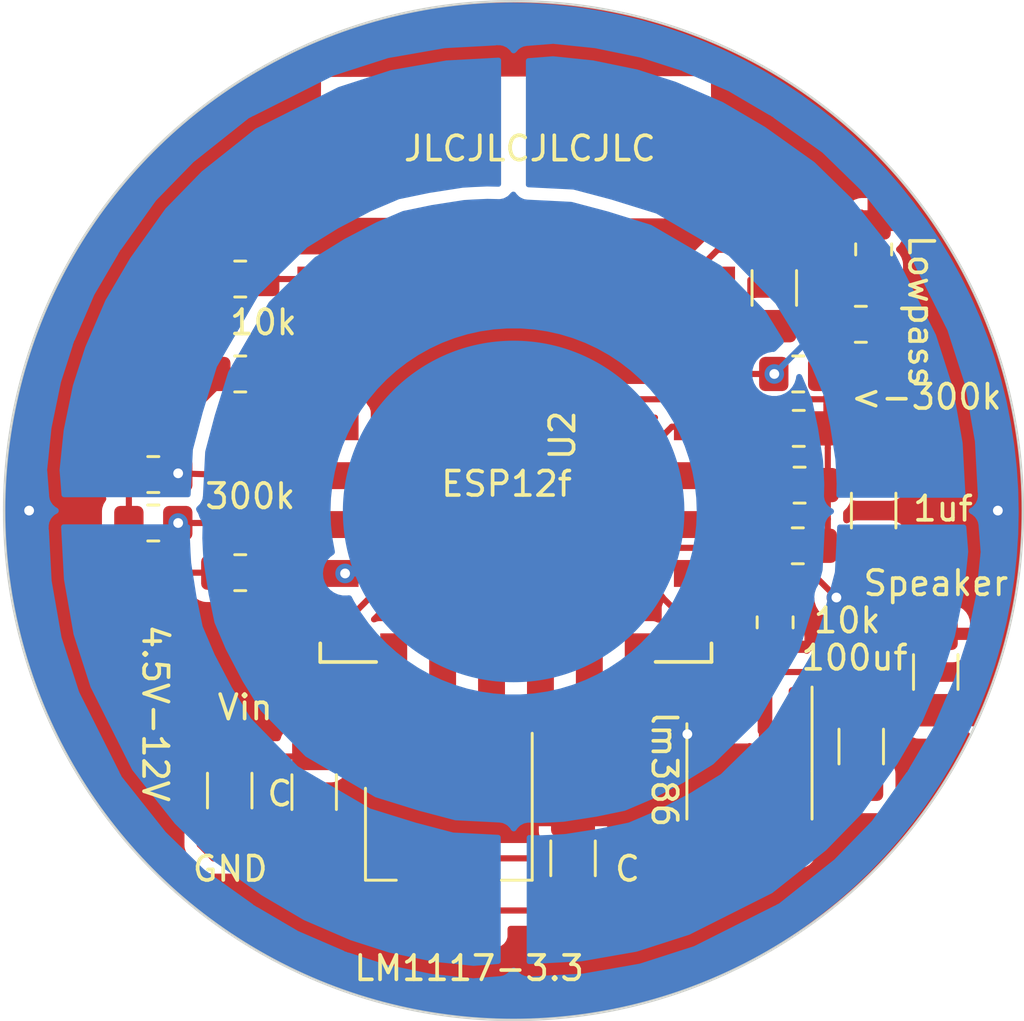
<source format=kicad_pcb>
(kicad_pcb (version 20221018) (generator pcbnew)
  (layers (0 "F.Cu" signal) (31 "B.Cu" signal) (34 "B.Paste" user) (35 "F.Paste" user) (36 "B.SilkS" user "B.Silkscreen") (37 "F.SilkS" user "F.Silkscreen") (38 "B.Mask" user) (39 "F.Mask" user) (44 "Edge.Cuts" user))
  (net 0 "")
  (net 1 "Net-(U2-CH_PD)")
  (net 10 "Net-(U2-TXD)")
  (net 11 "Net-(U2-RXD)")
  (net 12 "Net-(U2-REST)")
  (net 13 "Net-(U2-GPIO2)")
  (net 14 "Net-(U2-GPIO0)")
  (net 15 "Net-(U2-GPIO15)")
  (net 16 "Net-(U2-GPIO13)")
  (net 17 "Net-(U1-V+)")
  (net 18 "Net-(U2-GPIO12)")
  (net 19 "Net-(U2-GPIO5)")
  (net 20 "Net-(U2-GPIO4)")
  (net 21 "GND")
  (net 22 "Net-(U1-+)")
  (net 23 "+3.3V")
  (net 24 "Net-(C6-Pad1)")
  (net 25 "Net-(U2-GPIO14)")
  (net 29 "Net-(C5-Pad1)")
  (net 30 "Net-(C7-Pad1)")
  (footprint "Capacitor_SMD:C_1206_3216Metric_Pad1.33x1.80mm_HandSolder" (layer "F.Cu") (at 126.060758 108.481846 -90)
    (fp_text reference "C1" hide)
    (fp_text value "C")
    (fp_line (start -0.711252 -0.91) (end 0.711252 -0.91) (stroke (width 0.12)) (layer "F.SilkS"))
    (fp_line (start -0.711252 0.91) (end 0.711252 0.91) (stroke (width 0.12)) (layer "F.SilkS"))
    (pad "1" smd roundrect (at -1.5625 0 270) (size 1.325 1.8) (layers "F.Cu" "F.Paste" "F.Mask") (roundrect_rratio 0.1886792453) (net 17 "Net-(U1-V+)"))
    (pad "2" smd roundrect (at 1.5625 0 270) (size 1.325 1.8) (layers "F.Cu" "F.Paste" "F.Mask") (roundrect_rratio 0.1886792453) (net 21 "GND"))
  )
  (footprint "Capacitor_SMD:C_1206_3216Metric_Pad1.33x1.80mm_HandSolder" (layer "F.Cu") (at 129.514879 108.544072 -90)
    (fp_text reference "C4" hide)
    (fp_text value "C")
    (fp_line (start -0.711252 -0.91) (end 0.711252 -0.91) (stroke (width 0.12)) (layer "F.SilkS"))
    (fp_line (start -0.711252 0.91) (end 0.711252 0.91) (stroke (width 0.12)) (layer "F.SilkS"))
    (pad "1" smd roundrect (at -1.5625 0 270) (size 1.325 1.8) (layers "F.Cu" "F.Paste" "F.Mask") (roundrect_rratio 0.1886792453) (net 17 "Net-(U1-V+)"))
    (pad "2" smd roundrect (at 1.5625 0 270) (size 1.325 1.8) (layers "F.Cu" "F.Paste" "F.Mask") (roundrect_rratio 0.1886792453) (net 21 "GND"))
  )
  (footprint "Capacitor_SMD:C_1206_3216Metric_Pad1.33x1.80mm_HandSolder" (layer "F.Cu") (at 140.103693 111.252 -90)
    (fp_text reference "C3" hide)
    (fp_text value "C")
    (fp_line (start -0.711252 -0.91) (end 0.711252 -0.91) (stroke (width 0.12)) (layer "F.SilkS"))
    (fp_line (start -0.711252 0.91) (end 0.711252 0.91) (stroke (width 0.12)) (layer "F.SilkS"))
    (pad "1" smd roundrect (at -1.5625 0 270) (size 1.325 1.8) (layers "F.Cu" "F.Paste" "F.Mask") (roundrect_rratio 0.1886792453) (net 21 "GND"))
    (pad "2" smd roundrect (at 1.5625 0 270) (size 1.325 1.8) (layers "F.Cu" "F.Paste" "F.Mask") (roundrect_rratio 0.1886792453) (net 23 "+3.3V"))
  )
  (footprint "Capacitor_SMD:C_1206_3216Metric_Pad1.33x1.80mm_HandSolder" (layer "F.Cu") (at 148.336 87.9225 -90)
    (fp_text reference "C2" hide)
    (fp_text value "C")
    (fp_line (start -0.711252 -0.91) (end 0.711252 -0.91) (stroke (width 0.12)) (layer "F.SilkS"))
    (fp_line (start -0.711252 0.91) (end 0.711252 0.91) (stroke (width 0.12)) (layer "F.SilkS"))
    (pad "1" smd roundrect (at -1.5625 0 270) (size 1.325 1.8) (layers "F.Cu" "F.Paste" "F.Mask") (roundrect_rratio 0.1886792453) (net 10 "Net-(U2-TXD)"))
    (pad "2" smd roundrect (at 1.5625 0 270) (size 1.325 1.8) (layers "F.Cu" "F.Paste" "F.Mask") (roundrect_rratio 0.1886792453) (net 11 "Net-(U2-RXD)"))
  )
  (footprint "Capacitor_SMD:C_1206_3216Metric_Pad1.33x1.80mm_HandSolder" (layer "F.Cu") (at 152.4 97.028 -90)
    (fp_text reference "C5" hide)
    (fp_text value "C")
    (fp_line (start -0.711252 -0.91) (end 0.711252 -0.91) (stroke (width 0.12)) (layer "F.SilkS"))
    (fp_line (start -0.711252 0.91) (end 0.711252 0.91) (stroke (width 0.12)) (layer "F.SilkS"))
    (pad "1" smd roundrect (at -1.5625 0 270) (size 1.325 1.8) (layers "F.Cu" "F.Paste" "F.Mask") (roundrect_rratio 0.1886792453) (net 29 "Net-(C5-Pad1)"))
    (pad "2" smd roundrect (at 1.5625 0 270) (size 1.325 1.8) (layers "F.Cu" "F.Paste" "F.Mask") (roundrect_rratio 0.1886792453) (net 22 "Net-(U1-+)"))
  )
  (footprint "Package_SO:SOIC-8_3.9x4.9mm_P1.27mm" (layer "F.Cu") (at 147.32 107.696 -90)
    (fp_text reference "U1" hide)
    (fp_text value "LM386")
    (fp_line (start 0 -2.56) (end -3.45 -2.56) (stroke (width 0.12)) (layer "F.SilkS"))
    (fp_line (start 0 -2.56) (end 1.95 -2.56) (stroke (width 0.12)) (layer "F.SilkS"))
    (fp_line (start 0 2.56) (end -1.95 2.56) (stroke (width 0.12)) (layer "F.SilkS"))
    (fp_line (start 0 2.56) (end 1.95 2.56) (stroke (width 0.12)) (layer "F.SilkS"))
    (pad "1" smd roundrect (at -2.475 -1.905 270) (size 1.95 0.6) (layers "F.Cu" "F.Paste" "F.Mask"))
    (pad "2" smd roundrect (at -2.475 -0.635 270) (size 1.95 0.6) (layers "F.Cu" "F.Paste" "F.Mask") (net 21 "GND"))
    (pad "3" smd roundrect (at -2.475 0.635 270) (size 1.95 0.6) (layers "F.Cu" "F.Paste" "F.Mask") (net 22 "Net-(U1-+)"))
    (pad "4" smd roundrect (at -2.475 1.905 270) (size 1.95 0.6) (layers "F.Cu" "F.Paste" "F.Mask") (net 21 "GND"))
    (pad "5" smd roundrect (at 2.475 1.905 270) (size 1.95 0.6) (layers "F.Cu" "F.Paste" "F.Mask") (net 30 "Net-(C7-Pad1)"))
    (pad "6" smd roundrect (at 2.475 0.635 270) (size 1.95 0.6) (layers "F.Cu" "F.Paste" "F.Mask") (net 17 "Net-(U1-V+)"))
    (pad "7" smd roundrect (at 2.475 -0.635 270) (size 1.95 0.6) (layers "F.Cu" "F.Paste" "F.Mask"))
    (pad "8" smd roundrect (at 2.475 -1.905 270) (size 1.95 0.6) (layers "F.Cu" "F.Paste" "F.Mask"))
  )
  (footprint "Capacitor_SMD:C_1206_3216Metric_Pad1.33x1.80mm_HandSolder" (layer "F.Cu") (at 151.892 106.68 90)
    (fp_text reference "C7" hide)
    (fp_text value "C")
    (fp_line (start -0.711252 -0.91) (end 0.711252 -0.91) (stroke (width 0.12)) (layer "F.SilkS"))
    (fp_line (start -0.711252 0.91) (end 0.711252 0.91) (stroke (width 0.12)) (layer "F.SilkS"))
    (pad "1" smd roundrect (at -1.5625 0 90) (size 1.325 1.8) (layers "F.Cu" "F.Paste" "F.Mask") (roundrect_rratio 0.1886792453) (net 30 "Net-(C7-Pad1)"))
    (pad "2" smd roundrect (at 1.5625 0 90) (size 1.325 1.8) (layers "F.Cu" "F.Paste" "F.Mask") (roundrect_rratio 0.1886792453) (net 24 "Net-(C6-Pad1)"))
  )
  (footprint "Capacitor_SMD:C_1206_3216Metric_Pad1.33x1.80mm_HandSolder" (layer "F.Cu") (at 154.94 103.632 90)
    (fp_text reference "C6" hide)
    (fp_text value "C")
    (fp_line (start -0.711252 -0.91) (end 0.711252 -0.91) (stroke (width 0.12)) (layer "F.SilkS"))
    (fp_line (start -0.711252 0.91) (end 0.711252 0.91) (stroke (width 0.12)) (layer "F.SilkS"))
    (pad "1" smd roundrect (at -1.5625 0 90) (size 1.325 1.8) (layers "F.Cu" "F.Paste" "F.Mask") (roundrect_rratio 0.1886792453) (net 24 "Net-(C6-Pad1)"))
    (pad "2" smd roundrect (at 1.5625 0 90) (size 1.325 1.8) (layers "F.Cu" "F.Paste" "F.Mask") (roundrect_rratio 0.1886792453) (net 21 "GND"))
  )
  (footprint "Resistor_SMD:R_0805_2012Metric_Pad1.20x1.40mm_HandSolder" (layer "F.Cu") (at 122.936 97.536)
    (fp_text reference "R6" hide)
    (fp_text value "R")
    (fp_line (start -0.227064 -0.735) (end 0.227064 -0.735) (stroke (width 0.12)) (layer "F.SilkS"))
    (fp_line (start -0.227064 0.735) (end 0.227064 0.735) (stroke (width 0.12)) (layer "F.SilkS"))
    (pad "1" smd roundrect (at -1 0) (size 1.2 1.4) (layers "F.Cu" "F.Paste" "F.Mask") (roundrect_rratio 0.2083333333) (net 23 "+3.3V"))
    (pad "2" smd roundrect (at 1 0) (size 1.2 1.4) (layers "F.Cu" "F.Paste" "F.Mask") (roundrect_rratio 0.2083333333) (net 18 "Net-(U2-GPIO12)"))
  )
  (footprint "Package_TO_SOT_SMD:SOT-223-3_TabPin2" (layer "F.Cu") (at 135.023693 110.236 -90)
    (fp_text reference "U6" hide)
    (fp_text value "LM1117MP-3.3")
    (fp_line (start -4.1 -3.41) (end 1.91 -3.41) (stroke (width 0.12)) (layer "F.SilkS"))
    (fp_line (start -1.85 3.41) (end 1.91 3.41) (stroke (width 0.12)) (layer "F.SilkS"))
    (fp_line (start 1.91 -3.41) (end 1.91 -2.15) (stroke (width 0.12)) (layer "F.SilkS"))
    (fp_line (start 1.91 3.41) (end 1.91 2.15) (stroke (width 0.12)) (layer "F.SilkS"))
    (pad "1" smd rect (at -3.15 -2.3 270) (size 2 1.5) (layers "F.Cu" "F.Paste" "F.Mask") (net 21 "GND"))
    (pad "2" smd rect (at -3.15 0 270) (size 2 1.5) (layers "F.Cu" "F.Paste" "F.Mask") (net 23 "+3.3V"))
    (pad "2" smd rect (at 3.15 0 270) (size 2 3.8) (layers "F.Cu" "F.Paste" "F.Mask") (net 23 "+3.3V"))
    (pad "3" smd rect (at -3.15 2.3 270) (size 2 1.5) (layers "F.Cu" "F.Paste" "F.Mask") (net 17 "Net-(U1-V+)"))
  )
  (footprint "Resistor_SMD:R_0805_2012Metric_Pad1.20x1.40mm_HandSolder" (layer "F.Cu") (at 152.4 86.344 -90)
    (fp_text reference "R12" hide)
    (fp_text value "R" hide)
    (fp_line (start -0.227064 -0.735) (end 0.227064 -0.735) (stroke (width 0.12)) (layer "F.SilkS"))
    (fp_line (start -0.227064 0.735) (end 0.227064 0.735) (stroke (width 0.12)) (layer "F.SilkS"))
    (pad "1" smd roundrect (at -1 0 270) (size 1.2 1.4) (layers "F.Cu" "F.Paste" "F.Mask") (roundrect_rratio 0.2083333333) (net 21 "GND"))
    (pad "2" smd roundrect (at 1 0 270) (size 1.2 1.4) (layers "F.Cu" "F.Paste" "F.Mask") (roundrect_rratio 0.2083333333) (net 29 "Net-(C5-Pad1)"))
  )
  (footprint "Resistor_SMD:R_0805_2012Metric_Pad1.20x1.40mm_HandSolder" (layer "F.Cu") (at 149.336 93.665956 180)
    (fp_text reference "R9" hide)
    (fp_text value "R")
    (fp_line (start -0.227064 -0.735) (end 0.227064 -0.735) (stroke (width 0.12)) (layer "F.SilkS"))
    (fp_line (start -0.227064 0.735) (end 0.227064 0.735) (stroke (width 0.12)) (layer "F.SilkS"))
    (pad "1" smd roundrect (at -1 0 180) (size 1.2 1.4) (layers "F.Cu" "F.Paste" "F.Mask") (roundrect_rratio 0.2083333333) (net 23 "+3.3V"))
    (pad "2" smd roundrect (at 1 0 180) (size 1.2 1.4) (layers "F.Cu" "F.Paste" "F.Mask") (roundrect_rratio 0.2083333333) (net 20 "Net-(U2-GPIO4)"))
  )
  (footprint "Resistor_SMD:R_0805_2012Metric_Pad1.20x1.40mm_HandSolder" (layer "F.Cu") (at 126.492 91.44)
    (fp_text reference "R1" hide)
    (fp_text value "R")
    (fp_line (start -0.227064 -0.735) (end 0.227064 -0.735) (stroke (width 0.12)) (layer "F.SilkS"))
    (fp_line (start -0.227064 0.735) (end 0.227064 0.735) (stroke (width 0.12)) (layer "F.SilkS"))
    (pad "1" smd roundrect (at -1 0) (size 1.2 1.4) (layers "F.Cu" "F.Paste" "F.Mask") (roundrect_rratio 0.2083333333) (net 23 "+3.3V"))
    (pad "2" smd roundrect (at 1 0) (size 1.2 1.4) (layers "F.Cu" "F.Paste" "F.Mask") (roundrect_rratio 0.2083333333) (net 1 "Net-(U2-CH_PD)"))
  )
  (footprint "Resistor_SMD:R_0805_2012Metric_Pad1.20x1.40mm_HandSolder" (layer "F.Cu") (at 149.370649 95.987009 180)
    (fp_text reference "R4" hide)
    (fp_text value "R")
    (fp_line (start -0.227064 -0.735) (end 0.227064 -0.735) (stroke (width 0.12)) (layer "F.SilkS"))
    (fp_line (start -0.227064 0.735) (end 0.227064 0.735) (stroke (width 0.12)) (layer "F.SilkS"))
    (pad "1" smd roundrect (at -1 0 180) (size 1.2 1.4) (layers "F.Cu" "F.Paste" "F.Mask") (roundrect_rratio 0.2083333333) (net 23 "+3.3V"))
    (pad "2" smd roundrect (at 1 0 180) (size 1.2 1.4) (layers "F.Cu" "F.Paste" "F.Mask") (roundrect_rratio 0.2083333333) (net 14 "Net-(U2-GPIO0)"))
  )
  (footprint "Resistor_SMD:R_0805_2012Metric_Pad1.20x1.40mm_HandSolder" (layer "F.Cu") (at 148.369398 101.6 90)
    (fp_text reference "R5" hide)
    (fp_text value "R")
    (fp_line (start -0.227064 -0.735) (end 0.227064 -0.735) (stroke (width 0.12)) (layer "F.SilkS"))
    (fp_line (start -0.227064 0.735) (end 0.227064 0.735) (stroke (width 0.12)) (layer "F.SilkS"))
    (pad "1" smd roundrect (at -1 0 90) (size 1.2 1.4) (layers "F.Cu" "F.Paste" "F.Mask") (roundrect_rratio 0.2083333333) (net 21 "GND"))
    (pad "2" smd roundrect (at 1 0 90) (size 1.2 1.4) (layers "F.Cu" "F.Paste" "F.Mask") (roundrect_rratio 0.2083333333) (net 15 "Net-(U2-GPIO15)"))
  )
  (footprint "Resistor_SMD:R_0805_2012Metric_Pad1.20x1.40mm_HandSolder" (layer "F.Cu") (at 126.492 99.568 180)
    (fp_text reference "R10" hide)
    (fp_text value "R")
    (fp_line (start -0.227064 -0.735) (end 0.227064 -0.735) (stroke (width 0.12)) (layer "F.SilkS"))
    (fp_line (start -0.227064 0.735) (end 0.227064 0.735) (stroke (width 0.12)) (layer "F.SilkS"))
    (pad "1" smd roundrect (at -1 0 180) (size 1.2 1.4) (layers "F.Cu" "F.Paste" "F.Mask") (roundrect_rratio 0.2083333333) (net 16 "Net-(U2-GPIO13)"))
    (pad "2" smd roundrect (at 1 0 180) (size 1.2 1.4) (layers "F.Cu" "F.Paste" "F.Mask") (roundrect_rratio 0.2083333333) (net 23 "+3.3V"))
  )
  (footprint "Resistor_SMD:R_0805_2012Metric_Pad1.20x1.40mm_HandSolder" (layer "F.Cu") (at 122.936 95.553894)
    (fp_text reference "R7" hide)
    (fp_text value "R" hide)
    (fp_line (start -0.227064 -0.735) (end 0.227064 -0.735) (stroke (width 0.12)) (layer "F.SilkS"))
    (fp_line (start -0.227064 0.735) (end 0.227064 0.735) (stroke (width 0.12)) (layer "F.SilkS"))
    (pad "1" smd roundrect (at -1 0) (size 1.2 1.4) (layers "F.Cu" "F.Paste" "F.Mask") (roundrect_rratio 0.2083333333) (net 23 "+3.3V"))
    (pad "2" smd roundrect (at 1 0) (size 1.2 1.4) (layers "F.Cu" "F.Paste" "F.Mask") (roundrect_rratio 0.2083333333) (net 25 "Net-(U2-GPIO14)"))
  )
  (footprint "Resistor_SMD:R_0805_2012Metric_Pad1.20x1.40mm_HandSolder" (layer "F.Cu") (at 149.31425 91.44 180)
    (fp_text reference "R8" hide)
    (fp_text value "R" hide)
    (fp_line (start -0.227064 -0.735) (end 0.227064 -0.735) (stroke (width 0.12)) (layer "F.SilkS"))
    (fp_line (start -0.227064 0.735) (end 0.227064 0.735) (stroke (width 0.12)) (layer "F.SilkS"))
    (pad "1" smd roundrect (at -1 0 180) (size 1.2 1.4) (layers "F.Cu" "F.Paste" "F.Mask") (roundrect_rratio 0.2083333333) (net 23 "+3.3V"))
    (pad "2" smd roundrect (at 1 0 180) (size 1.2 1.4) (layers "F.Cu" "F.Paste" "F.Mask") (roundrect_rratio 0.2083333333) (net 19 "Net-(U2-GPIO5)"))
  )
  (footprint "Resistor_SMD:R_0805_2012Metric_Pad1.20x1.40mm_HandSolder" (layer "F.Cu") (at 126.492 87.557569)
    (fp_text reference "R2" hide)
    (fp_text value "R")
    (fp_line (start -0.227064 -0.735) (end 0.227064 -0.735) (stroke (width 0.12)) (layer "F.SilkS"))
    (fp_line (start -0.227064 0.735) (end 0.227064 0.735) (stroke (width 0.12)) (layer "F.SilkS"))
    (pad "1" smd roundrect (at -1 0) (size 1.2 1.4) (layers "F.Cu" "F.Paste" "F.Mask") (roundrect_rratio 0.2083333333) (net 23 "+3.3V"))
    (pad "2" smd roundrect (at 1 0) (size 1.2 1.4) (layers "F.Cu" "F.Paste" "F.Mask") (roundrect_rratio 0.2083333333) (net 12 "Net-(U2-REST)"))
  )
  (footprint "ESP8266:ESP-12E_SMD" (layer "F.Cu") (at 130.78 87.6)
    (fp_text reference "U2" (at 8.89 6.35 90) (layer "F.SilkS"))
    (fp_text value "ESP-12E" hide)
    (fp_line (start -1.016 14.859) (end -1.016 15.621) (stroke (width 0.1524)) (layer "F.SilkS"))
    (fp_line (start -1.016 15.621) (end 1.27 15.621) (stroke (width 0.1524)) (layer "F.SilkS"))
    (fp_line (start 12.701151 15.617339) (end 14.987151 15.617339) (stroke (width 0.1524)) (layer "F.SilkS"))
    (fp_line (start 14.987151 15.617339) (end 14.986 14.859) (stroke (width 0.1524)) (layer "F.SilkS"))
    (pad "1" smd rect (at 0 0) (size 2.5 1.1) (drill (offset -0.7 0)) (layers "F.Cu" "F.Paste" "F.Mask") (net 12 "Net-(U2-REST)"))
    (pad "2" smd rect (at 0 2) (size 2.5 1.1) (drill (offset -0.7 0)) (layers "F.Cu" "F.Paste" "F.Mask"))
    (pad "3" smd rect (at 0 4) (size 2.5 1.1) (drill (offset -0.7 0)) (layers "F.Cu" "F.Paste" "F.Mask") (net 1 "Net-(U2-CH_PD)"))
    (pad "4" smd rect (at 0 6) (size 2.5 1.1) (drill (offset -0.7 0)) (layers "F.Cu" "F.Paste" "F.Mask"))
    (pad "5" smd rect (at 0 8) (size 2.5 1.1) (drill (offset -0.7 0)) (layers "F.Cu" "F.Paste" "F.Mask") (net 25 "Net-(U2-GPIO14)"))
    (pad "6" smd rect (at 0 10) (size 2.5 1.1) (drill (offset -0.7 0)) (layers "F.Cu" "F.Paste" "F.Mask") (net 18 "Net-(U2-GPIO12)"))
    (pad "7" smd rect (at 0 12) (size 2.5 1.1) (drill (offset -0.7 0)) (layers "F.Cu" "F.Paste" "F.Mask") (net 16 "Net-(U2-GPIO13)"))
    (pad "8" smd rect (at 0 14) (size 2.5 1.1) (drill (offset -0.7 0)) (layers "F.Cu" "F.Paste" "F.Mask") (net 23 "+3.3V"))
    (pad "9" smd rect (at 14 14) (size 2.5 1.1) (drill (offset 0.7 0)) (layers "F.Cu" "F.Paste" "F.Mask") (net 21 "GND"))
    (pad "10" smd rect (at 14 12) (size 2.5 1.1) (drill (offset 0.7 0)) (layers "F.Cu" "F.Paste" "F.Mask") (net 15 "Net-(U2-GPIO15)"))
    (pad "11" smd rect (at 14 10) (size 2.5 1.1) (drill (offset 0.7 0)) (layers "F.Cu" "F.Paste" "F.Mask") (net 13 "Net-(U2-GPIO2)"))
    (pad "12" smd rect (at 14 8) (size 2.5 1.1) (drill (offset 0.7 0)) (layers "F.Cu" "F.Paste" "F.Mask") (net 14 "Net-(U2-GPIO0)"))
    (pad "13" smd rect (at 14 6) (size 2.5 1.1) (drill (offset 0.7 0)) (layers "F.Cu" "F.Paste" "F.Mask") (net 20 "Net-(U2-GPIO4)"))
    (pad "14" smd rect (at 14 4) (size 2.5 1.1) (drill (offset 0.7 0)) (layers "F.Cu" "F.Paste" "F.Mask") (net 19 "Net-(U2-GPIO5)"))
    (pad "15" smd rect (at 14 2) (size 2.5 1.1) (drill (offset 0.7 0)) (layers "F.Cu" "F.Paste" "F.Mask") (net 11 "Net-(U2-RXD)"))
    (pad "16" smd rect (at 14 0) (size 2.5 1.1) (drill (offset 0.7 0)) (layers "F.Cu" "F.Paste" "F.Mask") (net 10 "Net-(U2-TXD)"))
    (pad "17" smd rect (at 1.99 15 90) (size 2.5 1.1) (drill (offset -0.7 0)) (layers "F.Cu" "F.Paste" "F.Mask"))
    (pad "18" smd rect (at 3.99 15 90) (size 2.5 1.1) (drill (offset -0.7 0)) (layers "F.Cu" "F.Paste" "F.Mask"))
    (pad "19" smd rect (at 5.99 15 90) (size 2.5 1.1) (drill (offset -0.7 0)) (layers "F.Cu" "F.Paste" "F.Mask"))
    (pad "20" smd rect (at 7.99 15 90) (size 2.5 1.1) (drill (offset -0.7 0)) (layers "F.Cu" "F.Paste" "F.Mask"))
    (pad "21" smd rect (at 9.99 15 90) (size 2.5 1.1) (drill (offset -0.7 0)) (layers "F.Cu" "F.Paste" "F.Mask"))
    (pad "22" smd rect (at 11.99 15 90) (size 2.5 1.1) (drill (offset -0.7 0)) (layers "F.Cu" "F.Paste" "F.Mask"))
  )
  (footprint "Resistor_SMD:R_0805_2012Metric_Pad1.20x1.40mm_HandSolder" (layer "F.Cu") (at 151.876 89.408)
    (fp_text reference "R11" hide)
    (fp_text value "R" hide)
    (fp_line (start -0.227064 -0.735) (end 0.227064 -0.735) (stroke (width 0.12)) (layer "F.SilkS"))
    (fp_line (start -0.227064 0.735) (end 0.227064 0.735) (stroke (width 0.12)) (layer "F.SilkS"))
    (pad "1" smd roundrect (at -1 0) (size 1.2 1.4) (layers "F.Cu" "F.Paste" "F.Mask") (roundrect_rratio 0.2083333333) (net 11 "Net-(U2-RXD)"))
    (pad "2" smd roundrect (at 1 0) (size 1.2 1.4) (layers "F.Cu" "F.Paste" "F.Mask") (roundrect_rratio 0.2083333333) (net 29 "Net-(C5-Pad1)"))
  )
  (footprint "Resistor_SMD:R_0805_2012Metric_Pad1.20x1.40mm_HandSolder" (layer "F.Cu") (at 149.297667 98.468403 180)
    (fp_text reference "R3" hide)
    (fp_text value "R")
    (fp_line (start -0.227064 -0.735) (end 0.227064 -0.735) (stroke (width 0.12)) (layer "F.SilkS"))
    (fp_line (start -0.227064 0.735) (end 0.227064 0.735) (stroke (width 0.12)) (layer "F.SilkS"))
    (pad "1" smd roundrect (at -1 0 180) (size 1.2 1.4) (layers "F.Cu" "F.Paste" "F.Mask") (roundrect_rratio 0.2083333333) (net 23 "+3.3V"))
    (pad "2" smd roundrect (at 1 0 180) (size 1.2 1.4) (layers "F.Cu" "F.Paste" "F.Mask") (roundrect_rratio 0.2083333333) (net 13 "Net-(U2-GPIO2)"))
  )
  (footprint "cap_sen:circle" (layer "B.Cu") (at 137.696207 97.0165 -90)
    (fp_text reference "U5" hide)
    (fp_text value "0" hide)
    (pad "0" smd custom (at -13.335 8.255 270) (size 3.1115 3.1115) (layers "B.Cu") (net 25 "Net-(U2-GPIO14)") (options (clearance outline) (anchor circle)) (primitives (gr_poly (pts (xy 12.7 10.16) (xy 12.7 5.08) (xy 10.840923 4.985557) (xy 9.295023 4.577611) (xy 7.42706 3.997898) (xy 4.442614 2.258761) (xy 2.510238 0.283444) (xy 1.715817 -1.004807) (xy 1.00728 -2.357469) (xy 0.513451 -3.516895) (xy 0.255801 -4.762203) (xy 0.041092 -6.136337) (xy 0.015164 -6.577119) (xy -0.010764 -7.147542) (xy 0 -7.62) (xy -5.08 -7.62) (xy -4.964633 -5.483403) (xy -4.572962 -3.245279) (xy -3.882874 -1.100411) (xy -2.18563 2.275425) (xy -0.451084 4.457595) (xy 1.059649 5.931026) (xy 3.07396 7.367156) (xy 4.789855 8.374311) (xy 6.692259 9.194956) (xy 8.258946 9.698534) (xy 10.068095 10.071555) (xy 11.690735 10.239414)) (width 0.2) (fill yes))))
  )
  (footprint "cap_sen:circle" (layer "B.Cu") (at 137.639793 97.0395 180)
    (fp_text reference "U7" hide)
    (fp_text value "~" hide)
    (pad "0" smd custom (at -13.335 8.255 180) (size 3.1115 3.1115) (layers "B.Cu") (net 19 "Net-(U2-GPIO5)") (options (clearance outline) (anchor circle)) (primitives (gr_poly (pts (xy 12.7 10.16) (xy 12.7 5.08) (xy 10.840923 4.985557) (xy 9.295023 4.577611) (xy 7.42706 3.997898) (xy 4.442614 2.258761) (xy 2.510238 0.283444) (xy 1.715817 -1.004807) (xy 1.00728 -2.357469) (xy 0.513451 -3.516895) (xy 0.255801 -4.762203) (xy 0.041092 -6.136337) (xy 0.015164 -6.577119) (xy -0.010764 -7.147542) (xy 0 -7.62) (xy -5.08 -7.62) (xy -4.964633 -5.483403) (xy -4.572962 -3.245279) (xy -3.882874 -1.100411) (xy -2.18563 2.275425) (xy -0.451084 4.457595) (xy 1.059649 5.931026) (xy 3.07396 7.367156) (xy 4.789855 8.374311) (xy 6.692259 9.194956) (xy 8.258946 9.698534) (xy 10.068095 10.071555) (xy 11.690735 10.239414)) (width 0.2) (fill yes))))
  )
  (footprint "cap_sen:circle" (layer "B.Cu") (at 137.6795 97.056207)
    (fp_text reference "U4" hide)
    (fp_text value "~" hide)
    (pad "0" smd custom (at -13.335 8.255) (size 3.1115 3.1115) (layers "B.Cu") (net 18 "Net-(U2-GPIO12)") (options (clearance outline) (anchor circle)) (primitives (gr_poly (pts (xy 12.7 10.16) (xy 12.7 5.08) (xy 10.840923 4.985557) (xy 9.295023 4.577611) (xy 7.42706 3.997898) (xy 4.442614 2.258761) (xy 2.510238 0.283444) (xy 1.715817 -1.004807) (xy 1.00728 -2.357469) (xy 0.513451 -3.516895) (xy 0.255801 -4.762203) (xy 0.041092 -6.136337) (xy 0.015164 -6.577119) (xy -0.010764 -7.147542) (xy 0 -7.62) (xy -5.08 -7.62) (xy -4.964633 -5.483403) (xy -4.572962 -3.245279) (xy -3.882874 -1.100411) (xy -2.18563 2.275425) (xy -0.451084 4.457595) (xy 1.059649 5.931026) (xy 3.07396 7.367156) (xy 4.789855 8.374311) (xy 6.692259 9.194956) (xy 8.258946 9.698534) (xy 10.068095 10.071555) (xy 11.690735 10.239414)) (width 0.2) (fill yes))))
  )
  (footprint "cap_sen:cap_sensor" (layer "B.Cu") (at 135.133324 97.063931 -90)
    (fp_text reference "U3" hide)
    (fp_text value "~")
    (pad "0" smd circle (at 0 -2.54 270) (size 13.97 13.97) (layers "B.Cu") (net 16 "Net-(U2-GPIO13)"))
  )
  (footprint "cap_sen:circle" (layer "B.Cu") (at 137.673324 97.063931 90)
    (fp_text reference "U8" hide)
    (fp_text value "~" hide)
    (pad "0" smd custom (at -13.335 8.255 90) (size 3.1115 3.1115) (layers "B.Cu") (net 20 "Net-(U2-GPIO4)") (options (clearance outline) (anchor circle)) (primitives (gr_poly (pts (xy 12.7 10.16) (xy 12.7 5.08) (xy 10.840923 4.985557) (xy 9.295023 4.577611) (xy 7.42706 3.997898) (xy 4.442614 2.258761) (xy 2.510238 0.283444) (xy 1.715817 -1.004807) (xy 1.00728 -2.357469) (xy 0.513451 -3.516895) (xy 0.255801 -4.762203) (xy 0.041092 -6.136337) (xy 0.015164 -6.577119) (xy -0.010764 -7.147542) (xy 0 -7.62) (xy -5.08 -7.62) (xy -4.964633 -5.483403) (xy -4.572962 -3.245279) (xy -3.882874 -1.100411) (xy -2.18563 2.275425) (xy -0.451084 4.457595) (xy 1.059649 5.931026) (xy 3.07396 7.367156) (xy 4.789855 8.374311) (xy 6.692259 9.194956) (xy 8.258946 9.698534) (xy 10.068095 10.071555) (xy 11.690735 10.239414)) (width 0.2) (fill yes))))
  )
  (gr_circle (center 137.668 97.028) (end 138.176 76.2) (stroke (width 0.1)) (fill none) (layer "Edge.Cuts"))
  (gr_text "<-300k" (at 151.384 92.964) (layer "F.SilkS") (effects (font (size 1 1)) (justify left bottom)))
  (gr_text "4.5V-12V" (at 122.428 101.6 -90) (layer "F.SilkS") (effects (font (size 1 1)) (justify left bottom)))
  (gr_text "10k" (at 125.984 89.916) (layer "F.SilkS") (effects (font (size 1 1)) (justify left bottom)))
  (gr_text "LM1117-3.3" (at 131.064 116.332) (layer "F.SilkS") (effects (font (size 1 1)) (justify left bottom)))
  (gr_text "C" (at 127.508 109.193098) (layer "F.SilkS") (effects (font (size 1 1)) (justify left bottom)))
  (gr_text "ESP12f" (at 134.62 96.52) (layer "F.SilkS") (effects (font (size 1 1)) (justify left bottom)))
  (gr_text "C" (at 141.732 112.268) (layer "F.SilkS") (effects (font (size 1 1)) (justify left bottom)))
  (gr_text "10k" (at 149.86 102.108) (layer "F.SilkS") (effects (font (size 1 1)) (justify left bottom)))
  (gr_text "GND" (at 124.46 112.268) (layer "F.SilkS") (effects (font (size 1 1)) (justify left bottom)))
  (gr_text "1uf" (at 153.924 97.536) (layer "F.SilkS") (effects (font (size 1 1)) (justify left bottom)))
  (gr_text "lm386\n" (at 143.256 105.156 -90) (layer "F.SilkS") (effects (font (size 1 1)) (justify left bottom)))
  (gr_text "Speaker" (at 151.892 100.584) (layer "F.SilkS") (effects (font (size 1 1)) (justify left bottom)))
  (gr_text "100uf" (at 149.352 103.632) (layer "F.SilkS") (effects (font (size 1 1)) (justify left bottom)))
  (gr_text "Lowpass" (at 153.755961 85.660222 -90) (layer "F.SilkS") (effects (font (size 1 1)) (justify left bottom)))
  (gr_text "300k" (at 124.968 97.028) (layer "F.SilkS") (effects (font (size 1 1)) (justify left bottom)))
  (gr_text "JLCJLCJLCJLC" (at 133.096 82.804) (layer "F.SilkS") (effects (font (size 1 1)) (justify left bottom)))
  (gr_text "Vin" (at 125.476 105.664) (layer "F.SilkS") (effects (font (size 1 1)) (justify left bottom)))
  (segment (start 130.605624 91.425624) (end 130.78 91.6) (width 0.25) (layer "F.Cu") (net 1))
  (segment (start 130.78 91.6) (end 127.652 91.6) (width 0.25) (layer "F.Cu") (net 1))
  (segment (start 127.652 91.6) (end 127.492 91.44) (width 0.25) (layer "F.Cu") (net 1))
  (segment (start 146.02 86.36) (end 148.336 86.36) (width 0.25) (layer "F.Cu") (net 10))
  (segment (start 144.78 87.6) (end 146.02 86.36) (width 0.25) (layer "F.Cu") (net 10))
  (segment (start 148.413 89.408) (end 148.336 89.485) (width 0.25) (layer "F.Cu") (net 11))
  (segment (start 150.799 89.485) (end 150.876 89.408) (width 0.25) (layer "F.Cu") (net 11))
  (segment (start 148.336 89.485) (end 144.895 89.485) (width 0.25) (layer "F.Cu") (net 11))
  (segment (start 144.895 89.485) (end 144.78 89.6) (width 0.25) (layer "F.Cu") (net 11))
  (segment (start 148.336 89.485) (end 150.799 89.485) (width 0.25) (layer "F.Cu") (net 11))
  (segment (start 127.492 87.557569) (end 130.737569 87.557569) (width 0.25) (layer "F.Cu") (net 12))
  (segment (start 130.737569 87.557569) (end 130.78 87.6) (width 0.25) (layer "F.Cu") (net 12))
  (segment (start 144.78 97.6) (end 147.429264 97.6) (width 0.25) (layer "F.Cu") (net 13))
  (segment (start 147.429264 97.6) (end 148.297667 98.468403) (width 0.25) (layer "F.Cu") (net 13))
  (segment (start 148.370649 95.987009) (end 145.167009 95.987009) (width 0.25) (layer "F.Cu") (net 14))
  (segment (start 145.167009 95.987009) (end 144.78 95.6) (width 0.25) (layer "F.Cu") (net 14))
  (segment (start 146.336 99.6) (end 144.78 99.6) (width 0.25) (layer "F.Cu") (net 15))
  (segment (start 148.369398 100.183484) (end 146.919484 100.183484) (width 0.25) (layer "F.Cu") (net 15))
  (segment (start 146.919484 100.183484) (end 146.336 99.6) (width 0.25) (layer "F.Cu") (net 15))
  (segment (start 127.524 99.6) (end 127.492 99.568) (width 0.25) (layer "F.Cu") (net 16))
  (segment (start 130.78 99.6) (end 127.524 99.6) (width 0.25) (layer "F.Cu") (net 16))
  (via (at 130.78 99.6) (size 0.8) (drill 0.4) (layers "F.Cu" "B.Cu") (net 16))
  (segment (start 135.096 99.6) (end 136.542595 98.153405) (width 0.25) (layer "B.Cu") (net 16))
  (segment (start 130.78 99.6) (end 135.096 99.6) (width 0.25) (layer "B.Cu") (net 16))
  (segment (start 125.792104 107.188) (end 124.968 107.188) (width 0.25) (layer "F.Cu") (net 17))
  (segment (start 146.685 110.871) (end 146.685 110.171) (width 0.25) (layer "F.Cu") (net 17))
  (segment (start 124.968 107.188) (end 124.835758 107.320242) (width 0.25) (layer "F.Cu") (net 17))
  (segment (start 124.835758 107.320242) (end 124.835758 110.695019) (width 0.25) (layer "F.Cu") (net 17))
  (segment (start 132.723693 107.086) (end 129.619307 107.086) (width 0.25) (layer "F.Cu") (net 17))
  (segment (start 144.78 111.76) (end 145.796 111.76) (width 0.25) (layer "F.Cu") (net 17))
  (segment (start 146.812 110.044) (end 146.685 110.171) (width 0.25) (layer "F.Cu") (net 17))
  (segment (start 126.227412 107.086) (end 126.060758 106.919346) (width 0.25) (layer "F.Cu") (net 17))
  (segment (start 129.619307 107.086) (end 129.514879 106.981572) (width 0.25) (layer "F.Cu") (net 17))
  (segment (start 126.060758 106.919346) (end 125.792104 107.188) (width 0.25) (layer "F.Cu") (net 17))
  (segment (start 125.392739 111.252) (end 144.272 111.252) (width 0.25) (layer "F.Cu") (net 17))
  (segment (start 144.272 111.252) (end 144.78 111.76) (width 0.25) (layer "F.Cu") (net 17))
  (segment (start 132.723693 107.086) (end 126.227412 107.086) (width 0.25) (layer "F.Cu") (net 17))
  (segment (start 145.796 111.76) (end 146.685 110.871) (width 0.25) (layer "F.Cu") (net 17))
  (segment (start 124.835758 110.695019) (end 125.392739 111.252) (width 0.25) (layer "F.Cu") (net 17))
  (segment (start 125.476 97.536) (end 123.952 97.536) (width 0.25) (layer "F.Cu") (net 18))
  (segment (start 127.492 97.536) (end 125.476 97.536) (width 0.25) (layer "F.Cu") (net 18))
  (segment (start 127.556 97.6) (end 127.492 97.536) (width 0.25) (layer "F.Cu") (net 18))
  (segment (start 123.952 97.536) (end 123.936 97.536) (width 0.25) (layer "F.Cu") (net 18))
  (segment (start 130.78 97.6) (end 127.556 97.6) (width 0.25) (layer "F.Cu") (net 18))
  (via (at 123.952 97.536) (size 0.8) (drill 0.4) (layers "F.Cu" "B.Cu") (net 18))
  (segment (start 148.31425 91.44) (end 148.336 91.44) (width 0.25) (layer "F.Cu") (net 19))
  (segment (start 148.336 91.44) (end 144.94 91.44) (width 0.25) (layer "F.Cu") (net 19))
  (segment (start 148.308332 91.696394) (end 148.468332 91.536394) (width 0.25) (layer "F.Cu") (net 19))
  (segment (start 144.94 91.44) (end 144.78 91.6) (width 0.25) (layer "F.Cu") (net 19))
  (via (at 148.336 91.44) (size 0.8) (drill 0.4) (layers "F.Cu" "B.Cu") (net 19))
  (segment (start 148.336 91.44) (end 150.974793 88.801207) (width 0.25) (layer "B.Cu") (net 19))
  (segment (start 150.974793 88.801207) (end 150.974793 88.7845) (width 0.25) (layer "B.Cu") (net 19))
  (segment (start 147.891091 99.675) (end 149.967 99.675) (width 0.25) (layer "F.Cu") (net 20))
  (segment (start 144.78 93.6) (end 144.144 93.6) (width 0.25) (layer "F.Cu") (net 20))
  (segment (start 143.256 94.488) (end 143.256 98.552) (width 0.25) (layer "F.Cu") (net 20))
  (segment (start 144.845956 93.665956) (end 144.78 93.6) (width 0.25) (layer "F.Cu") (net 20))
  (segment (start 148.336 93.665956) (end 144.845956 93.665956) (width 0.25) (layer "F.Cu") (net 20))
  (segment (start 146.768091 98.552) (end 147.891091 99.675) (width 0.25) (layer "F.Cu") (net 20))
  (segment (start 149.967 99.675) (end 150.876 100.584) (width 0.25) (layer "F.Cu") (net 20))
  (segment (start 143.256 98.552) (end 146.768091 98.552) (width 0.25) (layer "F.Cu") (net 20))
  (segment (start 144.144 93.6) (end 143.256 94.488) (width 0.25) (layer "F.Cu") (net 20))
  (via (at 150.876 100.584) (size 0.8) (drill 0.4) (layers "F.Cu" "B.Cu") (net 20))
  (segment (start 152.4 103.927255) (end 145.928324 110.398931) (width 0.25) (layer "B.Cu") (net 20))
  (segment (start 139.927193 109.6895) (end 137.323693 107.086) (width 0.25) (layer "F.Cu") (net 21))
  (segment (start 147.955 105.221) (end 147.955 106.553) (width 0.25) (layer "F.Cu") (net 21))
  (segment (start 126.122984 110.106572) (end 126.060758 110.044346) (width 0.25) (layer "F.Cu") (net 21))
  (segment (start 147.952882 102.6) (end 148.369398 102.6) (width 0.25) (layer "F.Cu") (net 21))
  (segment (start 145.796 102.616) (end 148.353398 102.616) (width 0.25) (layer "F.Cu") (net 21))
  (segment (start 129.644307 110.236) (end 129.514879 110.106572) (width 0.25) (layer "F.Cu") (net 21))
  (segment (start 140.103693 109.6895) (end 139.927193 109.6895) (width 0.25) (layer "F.Cu") (net 21))
  (segment (start 152.4 85.344) (end 151.892 84.836) (width 0.25) (layer "F.Cu") (net 21))
  (segment (start 137.323693 107.086) (end 137.323693 109.996) (width 0.25) (layer "F.Cu") (net 21))
  (segment (start 141.434 107.086) (end 137.323693 107.086) (width 0.25) (layer "F.Cu") (net 21))
  (segment (start 145.796 104.84) (end 145.796 102.724) (width 0.25) (layer "F.Cu") (net 21))
  (segment (start 144.78 101.6) (end 143.764 100.584) (width 0.25) (layer "F.Cu") (net 21))
  (segment (start 148.353398 102.616) (end 148.369398 102.6) (width 0.25) (layer "F.Cu") (net 21))
  (segment (start 145.415 105.221) (end 145.796 104.84) (width 0.25) (layer "F.Cu") (net 21))
  (segment (start 147.955 106.553) (end 147.828 106.68) (width 0.25) (layer "F.Cu") (net 21))
  (segment (start 129.514879 110.106572) (end 126.122984 110.106572) (width 0.25) (layer "F.Cu") (net 21))
  (segment (start 144.78 101.6) (end 145.796 102.616) (width 0.25) (layer "F.Cu") (net 21))
  (segment (start 137.563693 110.236) (end 129.644307 110.236) (width 0.25) (layer "F.Cu") (net 21))
  (segment (start 145.288 106.68) (end 145.415 106.553) (width 0.25) (layer "F.Cu") (net 21))
  (segment (start 151.892 84.836) (end 151.384 84.836) (width 0.25) (layer "F.Cu") (net 21))
  (segment (start 145.796 102.616) (end 145.796 102.724) (width 0.25) (layer "F.Cu") (net 21))
  (segment (start 147.828 106.68) (end 145.288 106.68) (width 0.25) (layer "F.Cu") (net 21))
  (segment (start 145.415 106.553) (end 145.415 105.221) (width 0.25) (layer "F.Cu") (net 21))
  (segment (start 143.764 100.584) (end 143.256 100.584) (width 0.25) (layer "F.Cu") (net 21))
  (segment (start 145.796 102.724) (end 141.434 107.086) (width 0.25) (layer "F.Cu") (net 21))
  (segment (start 137.323693 109.996) (end 137.563693 110.236) (width 0.25) (layer "F.Cu") (net 21))
  (via (at 157.48 97.028) (size 0.8) (drill 0.4) (layers "F.Cu" "B.Cu") (net 21))
  (via (at 144.78 106.172) (size 0.8) (drill 0.4) (layers "F.Cu" "B.Cu") (net 21))
  (via (at 117.856 97.028) (size 0.8) (drill 0.4) (layers "F.Cu" "B.Cu") (net 21))
  (segment (start 146.685 104.267) (end 147.32 103.632) (width 0.25) (layer "F.Cu") (net 22))
  (segment (start 147.32 103.632) (end 149.86 103.632) (width 0.25) (layer "F.Cu") (net 22))
  (segment (start 146.685 105.221) (end 146.685 104.267) (width 0.25) (layer "F.Cu") (net 22))
  (segment (start 149.86 103.632) (end 152.4 101.092) (width 0.25) (layer "F.Cu") (net 22))
  (segment (start 152.4 98.5905) (end 152.4 101.092) (width 0.25) (layer "F.Cu") (net 22))
  (segment (start 121.936 95.553894) (end 125.492 91.997894) (width 0.25) (layer "F.Cu") (net 23))
  (segment (start 123.968 99.568) (end 121.936 97.536) (width 0.25) (layer "F.Cu") (net 23))
  (segment (start 150.489841 97.344102) (end 150.524731 97.378992) (width 0.25) (layer "F.Cu") (net 23))
  (segment (start 150.468332 94.076394) (end 150.468332 92.701723) (width 0.25) (layer "F.Cu") (net 23))
  (segment (start 135.023693 113.386) (end 139.532193 113.386) (width 0.25) (layer "F.Cu") (net 23))
  (segment (start 139.905 92.475) (end 150.449332 92.475) (width 0.25) (layer "F.Cu") (net 23))
  (segment (start 130.556 105.156) (end 130.556 101.824) (width 0.25) (layer "F.Cu") (net 23))
  (segment (start 150.468332 92.456) (end 150.468332 91.536394) (width 0.25) (layer "F.Cu") (net 23))
  (segment (start 125.492 91.997894) (end 125.492 91.44) (width 0.25) (layer "F.Cu") (net 23))
  (segment (start 121.936 95.553894) (end 121.936 97.536) (width 0.25) (layer "F.Cu") (net 23))
  (segment (start 150.449332 92.475) (end 150.468332 92.456) (width 0.25) (layer "F.Cu") (net 23))
  (segment (start 150.524731 98.491815) (end 150.451749 98.564797) (width 0.25) (layer "F.Cu") (net 23))
  (segment (start 150.524731 93.796999) (end 150.490082 93.76235) (width 0.25) (layer "F.Cu") (net 23))
  (segment (start 130.78 101.6) (end 139.905 92.475) (width 0.25) (layer "F.Cu") (net 23))
  (segment (start 135.023693 106.172) (end 134.007693 105.156) (width 0.25) (layer "F.Cu") (net 23))
  (segment (start 130.556 101.824) (end 130.78 101.6) (width 0.25) (layer "F.Cu") (net 23))
  (segment (start 150.468332 92.701723) (end 150.468332 92.456) (width 0.25) (layer "F.Cu") (net 23))
  (segment (start 125.492 87.557569) (end 125.492 91.44) (width 0.25) (layer "F.Cu") (net 23))
  (segment (start 127.524 101.6) (end 130.78 101.6) (width 0.25) (layer "F.Cu") (net 23))
  (segment (start 150.524731 96.083403) (end 150.524731 97.378992) (width 0.25) (layer "F.Cu") (net 23))
  (segment (start 150.524731 97.378992) (end 150.524731 98.491815) (width 0.25) (layer "F.Cu") (net 23))
  (segment (start 150.524731 94.488) (end 150.524731 93.796999) (width 0.25) (layer "F.Cu") (net 23))
  (segment (start 150.524731 96.083403) (end 150.524731 94.488) (width 0.25) (layer "F.Cu") (net 23))
  (segment (start 125.492 99.568) (end 127.524 101.6) (width 0.25) (layer "F.Cu") (net 23))
  (segment (start 125.492 99.568) (end 123.968 99.568) (width 0.25) (layer "F.Cu") (net 23))
  (segment (start 135.023693 107.086) (end 135.023693 106.172) (width 0.25) (layer "F.Cu") (net 23))
  (segment (start 134.007693 105.156) (end 130.556 105.156) (width 0.25) (layer "F.Cu") (net 23))
  (segment (start 139.532193 113.386) (end 140.103693 112.8145) (width 0.25) (layer "F.Cu") (net 23))
  (segment (start 154.432 105.156) (end 151.9305 105.156) (width 0.25) (layer "F.Cu") (net 24))
  (segment (start 151.9305 105.156) (end 151.892 105.1175) (width 0.25) (layer "F.Cu") (net 24))
  (segment (start 123.952 95.504) (end 125.426106 95.553894) (width 0.25) (layer "F.Cu") (net 25))
  (segment (start 130.78 95.6) (end 127.551813 95.6) (width 0.25) (layer "F.Cu") (net 25))
  (segment (start 125.476 95.504) (end 125.525894 95.553894) (width 0.25) (layer "F.Cu") (net 25))
  (segment (start 125.525894 95.553894) (end 130.733894 95.553894) (width 0.25) (layer "F.Cu") (net 25))
  (segment (start 130.78 95.6) (end 130.7 95.52) (width 0.25) (layer "F.Cu") (net 25))
  (segment (start 130.733894 95.553894) (end 130.78 95.6) (width 0.25) (layer "F.Cu") (net 25))
  (segment (start 127.551813 95.6) (end 127.505707 95.553894) (width 0.25) (layer "F.Cu") (net 25))
  (segment (start 125.426106 95.553894) (end 125.476 95.504) (width 0.25) (layer "F.Cu") (net 25))
  (segment (start 123.936 95.553894) (end 123.952 95.504) (width 0.25) (layer "F.Cu") (net 25))
  (via (at 123.952 95.504) (size 0.8) (drill 0.4) (layers "F.Cu" "B.Cu") (net 25))
  (segment (start 152.876 89.948) (end 151.384 91.44) (width 0.25) (layer "F.Cu") (net 29))
  (segment (start 151.384 94.4495) (end 152.4 95.4655) (width 0.25) (layer "F.Cu") (net 29))
  (segment (start 152.876 89.408) (end 152.876 89.948) (width 0.25) (layer "F.Cu") (net 29))
  (segment (start 152.876 89.408) (end 152.876 87.82) (width 0.25) (layer "F.Cu") (net 29))
  (segment (start 152.876 87.82) (end 152.4 87.344) (width 0.25) (layer "F.Cu") (net 29))
  (segment (start 151.384 91.44) (end 151.384 94.4495) (width 0.25) (layer "F.Cu") (net 29))
  (segment (start 145.415 109.794249) (end 146.966749 108.2425) (width 0.25) (layer "F.Cu") (net 30))
  (segment (start 145.415 110.171) (end 145.415 109.794249) (width 0.25) (layer "F.Cu") (net 30))
  (segment (start 145.415 110.171) (end 145.415 110.547751) (width 0.25) (layer "F.Cu") (net 30))
  (segment (start 146.966749 108.2425) (end 151.892 108.2425) (width 0.25) (layer "F.Cu") (net 30))
  (zone (net 21) (net_name "GND") (layer "F.Cu") (connect_pads (clearance 0.5)) (min_thickness 0.25) (fill yes (thermal_gap 0.5) (thermal_bridge_width 0.5))
    (polygon (pts (xy 158.510403 97.039085) (xy 158.490573 96.13031) (xy 158.431123 95.223265) (xy 158.332164 94.319677) (xy 158.193885 93.421265) (xy 158.016549 92.52974) (xy 157.800495 91.646799) (xy 157.546133 90.774122) (xy 157.253947 89.913371) (xy 156.924494 89.066184) (xy 156.558401 88.234174) (xy 156.156365 87.418925) (xy 155.71915 86.621988) (xy 155.24759 85.844881) (xy 154.742582 85.089082) (xy 154.205086 84.356031) (xy 153.636128 83.647123) (xy 153.036788 82.963708) (xy 152.408209 82.307085) (xy 151.751586 81.678506) (xy 151.068171 81.079166) (xy 150.359263 80.510208) (xy 149.626212 79.972712) (xy 148.870413 79.467704) (xy 148.093306 78.996144) (xy 147.296369 78.558929) (xy 146.48112 78.156893) (xy 145.64911 77.7908) (xy 144.801923 77.461347) (xy 143.941172 77.169161) (xy 143.068495 76.914799) (xy 142.185554 76.698745) (xy 141.294029 76.521409) (xy 140.395617 76.38313) (xy 139.492029 76.284171) (xy 138.584984 76.224721) (xy 137.676209 76.204891) (xy 136.767434 76.224721) (xy 135.860389 76.284171) (xy 134.956801 76.38313) (xy 134.058389 76.521409) (xy 133.166864 76.698745) (xy 132.283923 76.914799) (xy 131.411246 77.169161) (xy 130.550495 77.461347) (xy 129.703308 77.7908) (xy 128.871298 78.156893) (xy 128.056049 78.558929) (xy 127.259112 78.996144) (xy 126.482005 79.467704) (xy 125.726206 79.972712) (xy 124.993155 80.510208) (xy 124.284247 81.079166) (xy 123.600832 81.678506) (xy 122.944209 82.307085) (xy 122.31563 82.963708) (xy 121.71629 83.647123) (xy 121.147332 84.356031) (xy 120.609836 85.089082) (xy 120.104828 85.844881) (xy 119.633268 86.621988) (xy 119.196053 87.418925) (xy 118.794017 88.234174) (xy 118.427924 89.066184) (xy 118.098471 89.913371) (xy 117.806285 90.774122) (xy 117.551923 91.646799) (xy 117.335869 92.52974) (xy 117.158533 93.421265) (xy 117.020254 94.319677) (xy 116.921295 95.223265) (xy 116.861845 96.13031) (xy 116.842015 97.039085) (xy 116.861845 97.94786) (xy 116.921295 98.854905) (xy 117.020254 99.758493) (xy 117.158533 100.656905) (xy 117.335869 101.54843) (xy 117.551923 102.431371) (xy 117.806285 103.304048) (xy 118.098471 104.164799) (xy 118.427924 105.011986) (xy 118.794017 105.843996) (xy 119.196053 106.659245) (xy 119.633268 107.456182) (xy 120.104828 108.233289) (xy 120.609836 108.989088) (xy 121.147332 109.722139) (xy 121.71629 110.431047) (xy 122.31563 111.114462) (xy 122.944209 111.771085) (xy 123.600832 112.399664) (xy 124.284247 112.999004) (xy 124.993155 113.567962) (xy 125.726206 114.105458) (xy 126.482005 114.610466) (xy 127.259112 115.082026) (xy 128.056049 115.519241) (xy 128.871298 115.921277) (xy 129.703308 116.28737) (xy 130.550495 116.616823) (xy 131.411246 116.909009) (xy 132.283923 117.163371) (xy 133.166864 117.379425) (xy 134.058389 117.556761) (xy 134.956801 117.69504) (xy 135.860389 117.793999) (xy 136.767434 117.853449) (xy 137.676209 117.873279) (xy 138.584984 117.853449) (xy 139.492029 117.793999) (xy 140.395617 117.69504) (xy 141.294029 117.556761) (xy 142.185554 117.379425) (xy 143.068495 117.163371) (xy 143.941172 116.909009) (xy 144.801923 116.616823) (xy 145.64911 116.28737) (xy 146.48112 115.921277) (xy 147.296369 115.519241) (xy 148.093306 115.082026) (xy 148.870413 114.610466) (xy 149.626212 114.105458) (xy 150.359263 113.567962) (xy 151.068171 112.999004) (xy 151.751586 112.399664) (xy 152.408209 111.771085) (xy 153.036788 111.114462) (xy 153.636128 110.431047) (xy 154.205086 109.722139) (xy 154.742582 108.989088) (xy 155.24759 108.233289) (xy 155.71915 107.456182) (xy 156.156365 106.659245) (xy 156.558401 105.843996) (xy 156.924494 105.011986) (xy 157.253947 104.164799) (xy 157.546133 103.304048) (xy 157.800495 102.431371) (xy 158.016549 101.54843) (xy 158.193885 100.656905) (xy 158.332164 99.758493) (xy 158.431123 98.854905) (xy 158.490573 97.94786) (xy 158.510403 97.039085)))
  )
  (zone (net 0) (net_name "") (layer "F.Cu") (name "Antenna") (connect_pads (clearance 0)) (min_thickness 0.25)
    (keepout (tracks not_allowed) (vias not_allowed) (pads not_allowed) (copperpour not_allowed) (footprints allowed))
    (fill (thermal_gap 0.5) (thermal_bridge_width 0.5))
    (polygon (pts (xy 129.798186 79.256373) (xy 129.763296 85.048131) (xy 145.777857 85.083021) (xy 145.742967 79.256373) (xy 129.833076 79.291263)))
  )
  (zone (net 21) (net_name "GND") (layer "B.Cu") (connect_pads (clearance 0.5)) (min_thickness 0.25) (fill yes (thermal_gap 0.5) (thermal_bridge_width 0.5))
    (polygon (pts (xy 116.664843 97.085924) (xy 116.684673 96.177149) (xy 116.744123 95.270104) (xy 116.843082 94.366516) (xy 116.981361 93.468104) (xy 117.158697 92.576579) (xy 117.374751 91.693638) (xy 117.629113 90.820961) (xy 117.921299 89.96021) (xy 118.250752 89.113023) (xy 118.616845 88.281013) (xy 119.018881 87.465764) (xy 119.456096 86.668827) (xy 119.927656 85.89172) (xy 120.432664 85.135921) (xy 120.97016 84.40287) (xy 121.539118 83.693962) (xy 122.138458 83.010547) (xy 122.767037 82.353924) (xy 123.42366 81.725345) (xy 124.107075 81.126005) (xy 124.815983 80.557047) (xy 125.549034 80.019551) (xy 126.304833 79.514543) (xy 127.08194 79.042983) (xy 127.878877 78.605768) (xy 128.694126 78.203732) (xy 129.526136 77.837639) (xy 130.373323 77.508186) (xy 131.234074 77.216) (xy 132.106751 76.961638) (xy 132.989692 76.745584) (xy 133.881217 76.568248) (xy 134.779629 76.429969) (xy 135.683217 76.33101) (xy 136.590262 76.27156) (xy 137.499037 76.25173) (xy 138.407812 76.27156) (xy 139.314857 76.33101) (xy 140.218445 76.429969) (xy 141.116857 76.568248) (xy 142.008382 76.745584) (xy 142.891323 76.961638) (xy 143.764 77.216) (xy 144.624751 77.508186) (xy 145.471938 77.837639) (xy 146.303948 78.203732) (xy 147.119197 78.605768) (xy 147.916134 79.042983) (xy 148.693241 79.514543) (xy 149.44904 80.019551) (xy 150.182091 80.557047) (xy 150.890999 81.126005) (xy 151.574414 81.725345) (xy 152.231037 82.353924) (xy 152.859616 83.010547) (xy 153.458956 83.693962) (xy 154.027914 84.40287) (xy 154.56541 85.135921) (xy 155.070418 85.89172) (xy 155.541978 86.668827) (xy 155.979193 87.465764) (xy 156.381229 88.281013) (xy 156.747322 89.113023) (xy 157.076775 89.96021) (xy 157.368961 90.820961) (xy 157.623323 91.693638) (xy 157.839377 92.576579) (xy 158.016713 93.468104) (xy 158.154992 94.366516) (xy 158.253951 95.270104) (xy 158.313401 96.177149) (xy 158.333231 97.085924) (xy 158.313401 97.994699) (xy 158.253951 98.901744) (xy 158.154992 99.805332) (xy 158.016713 100.703744) (xy 157.839377 101.595269) (xy 157.623323 102.47821) (xy 157.368961 103.350887) (xy 157.076775 104.211638) (xy 156.747322 105.058825) (xy 156.381229 105.890835) (xy 155.979193 106.706084) (xy 155.541978 107.503021) (xy 155.070418 108.280128) (xy 154.56541 109.035927) (xy 154.027914 109.768978) (xy 153.458956 110.477886) (xy 152.859616 111.161301) (xy 152.231037 111.817924) (xy 151.574414 112.446503) (xy 150.890999 113.045843) (xy 150.182091 113.614801) (xy 149.44904 114.152297) (xy 148.693241 114.657305) (xy 147.916134 115.128865) (xy 147.119197 115.56608) (xy 146.303948 115.968116) (xy 145.471938 116.334209) (xy 144.624751 116.663662) (xy 143.764 116.955848) (xy 142.891323 117.21021) (xy 142.008382 117.426264) (xy 141.116857 117.6036) (xy 140.218445 117.741879) (xy 139.314857 117.840838) (xy 138.407812 117.900288) (xy 137.499037 117.920118) (xy 136.590262 117.900288) (xy 135.683217 117.840838) (xy 134.779629 117.741879) (xy 133.881217 117.6036) (xy 132.989692 117.426264) (xy 132.106751 117.21021) (xy 131.234074 116.955848) (xy 130.373323 116.663662) (xy 129.526136 116.334209) (xy 128.694126 115.968116) (xy 127.878877 115.56608) (xy 127.08194 115.128865) (xy 126.304833 114.657305) (xy 125.549034 114.152297) (xy 124.815983 113.614801) (xy 124.107075 113.045843) (xy 123.42366 112.446503) (xy 122.767037 111.817924) (xy 122.138458 111.161301) (xy 121.539118 110.477886) (xy 120.97016 109.768978) (xy 120.432664 109.035927) (xy 119.927656 108.280128) (xy 119.456096 107.503021) (xy 119.018881 106.706084) (xy 118.616845 105.890835) (xy 118.250752 105.058825) (xy 117.921299 104.211638) (xy 117.629113 103.350887) (xy 117.374751 102.47821) (xy 117.158697 101.595269) (xy 116.981361 100.703744) (xy 116.843082 99.805332) (xy 116.744123 98.901744) (xy 116.684673 97.994699)))
  )
)
</source>
